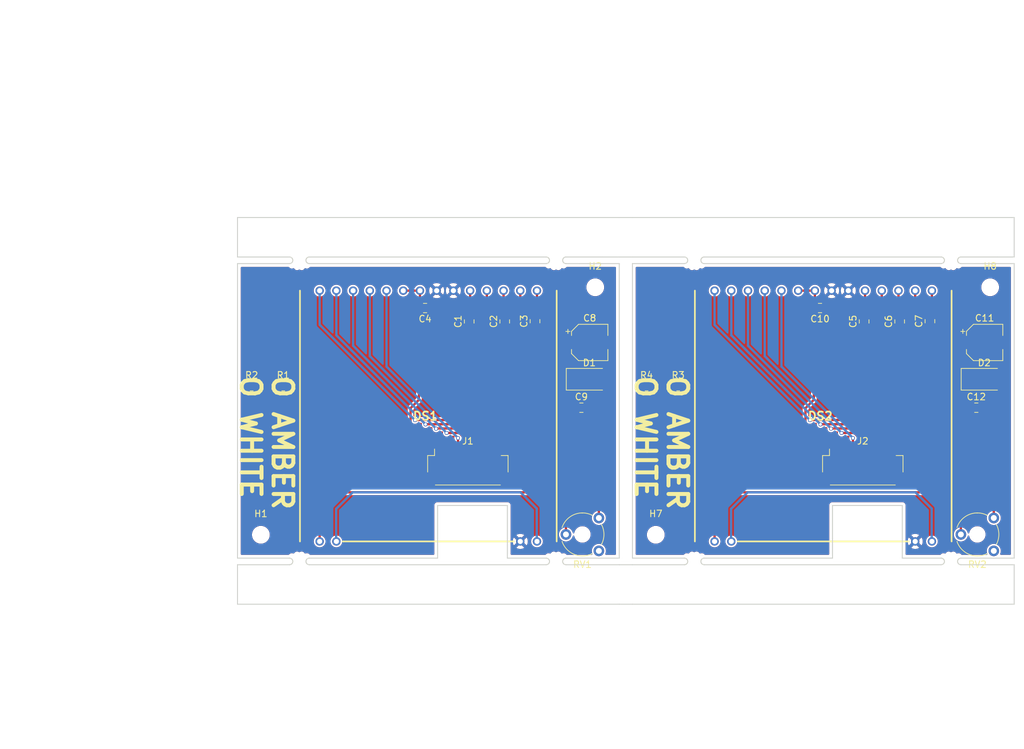
<source format=kicad_pcb>
(kicad_pcb (version 20221018) (generator pcbnew)
  (layers (0 "F.Cu" signal "Top") (31 "B.Cu" signal "Bottom") (34 "B.Paste" user) (35 "F.Paste" user) (36 "B.SilkS" user "B.Silkscreen") (37 "F.SilkS" user "F.Silkscreen") (38 "B.Mask" user) (39 "F.Mask" user) (44 "Edge.Cuts" user))
  (net 0 "")
  (net 1 "GND")
  (net 2 "+3V3")
  (net 3 "Net-(DS1-VB1+)")
  (net 4 "Net-(DS1-VB1-)")
  (net 5 "Net-(DS1-VB0-)")
  (net 6 "Net-(DS1-VB0+)")
  (net 7 "Net-(DS1-VLCD)")
  (net 8 "MOSI")
  (net 9 "SCK")
  (net 10 "LED1")
  (net 11 "Net-(DS1-NC_2)")
  (net 12 "INSTR.BEL")
  (net 13 "Net-(R1-Pad2)")
  (net 14 "D22")
  (net 15 "D23")
  (net 17 "D24")
  (net 18 "D25")
  (footprint "Capacitor_SMD:C_0805_2012Metric" (layer "F.Cu") (at 158.71 91.0375 90)
    (fp_text reference "C2" (at 0 -1.68 90) (layer "F.SilkS"))
    (fp_text value "1u")
    (pad "1" smd roundrect (at -0.95 0 90) (size 1 1.45) (layers "F.Cu" "F.Paste" "F.Mask") (net 6 "Net-(DS1-VB0+)"))
    (pad "2" smd roundrect (at 0.95 0 90) (size 1 1.45) (layers "F.Cu" "F.Paste" "F.Mask") (net 5 "Net-(DS1-VB0-)"))
  )
  (footprint "Capacitor_SMD:C_0805_2012Metric" (layer "F.Cu") (at 163.31 91 90)
    (fp_text reference "C3" (at 0 -1.68 90) (layer "F.SilkS"))
    (fp_text value "1u")
    (pad "1" smd roundrect (at -0.95 0 90) (size 1 1.45) (layers "F.Cu" "F.Paste" "F.Mask") (net 1 "GND"))
    (pad "2" smd roundrect (at 0.95 0 90) (size 1 1.45) (layers "F.Cu" "F.Paste" "F.Mask") (net 7 "Net-(DS1-VLCD)"))
  )
  (footprint "Capacitor_SMD:C_0805_2012Metric" (layer "F.Cu") (at 153.31 91.0375 90)
    (fp_text reference "C1" (at 0 -1.68 90) (layer "F.SilkS"))
    (fp_text value "1u")
    (pad "1" smd roundrect (at -0.95 0 90) (size 1 1.45) (layers "F.Cu" "F.Paste" "F.Mask") (net 4 "Net-(DS1-VB1-)"))
    (pad "2" smd roundrect (at 0.95 0 90) (size 1 1.45) (layers "F.Cu" "F.Paste" "F.Mask") (net 3 "Net-(DS1-VB1+)"))
  )
  (footprint "Capacitor_SMD:C_0805_2012Metric" (layer "F.Cu") (at 146.61 89 180)
    (fp_text reference "C4" (at 0 -1.65) (layer "F.SilkS"))
    (fp_text value "100n")
    (pad "1" smd roundrect (at -0.9375 0 180) (size 0.975 1.4) (layers "F.Cu" "F.Paste" "F.Mask") (net 1 "GND"))
    (pad "2" smd roundrect (at 0.9375 0 180) (size 0.975 1.4) (layers "F.Cu" "F.Paste" "F.Mask") (net 2 "+3V3"))
  )
  (footprint "Capacitor_SMD:CP_Elec_5x3" (layer "F.Cu") (at 171.618 94.234)
    (fp_text reference "C8" (at 0 -3.7) (layer "F.SilkS"))
    (fp_text value "22u")
    (pad "1" smd roundrect (at -2.2 0) (size 3 1.6) (layers "F.Cu" "F.Paste" "F.Mask") (roundrect_rratio 0.15625) (net 12 "INSTR.BEL"))
    (pad "2" smd roundrect (at 2.2 0) (size 3 1.6) (layers "F.Cu" "F.Paste" "F.Mask") (roundrect_rratio 0.15625) (net 1 "GND"))
  )
  (footprint "Capacitor_SMD:C_0805_2012Metric" (layer "F.Cu") (at 170.3555 104.14)
    (fp_text reference "C9" (at 0 -1.65) (layer "F.SilkS"))
    (fp_text value "100n")
    (pad "1" smd roundrect (at -0.9375 0) (size 0.975 1.4) (layers "F.Cu" "F.Paste" "F.Mask") (net 12 "INSTR.BEL"))
    (pad "2" smd roundrect (at 0.9375 0) (size 0.975 1.4) (layers "F.Cu" "F.Paste" "F.Mask") (net 1 "GND"))
  )
  (footprint "Diode_SMD:D_SMA" (layer "F.Cu") (at 171.568 99.822)
    (fp_text reference "D1" (at 0 -2.5) (layer "F.SilkS"))
    (fp_text value "SMAJ15CA")
    (pad "1" smd roundrect (at -2 0) (size 2.5 1.8) (layers "F.Cu" "F.Paste" "F.Mask") (roundrect_rratio 0.1388888889) (net 12 "INSTR.BEL"))
    (pad "2" smd roundrect (at 2 0) (size 2.5 1.8) (layers "F.Cu" "F.Paste" "F.Mask") (roundrect_rratio 0.1388888889) (net 1 "GND"))
  )
  (footprint "fiz-o-matic:EA-DOGS102W-6" (layer "F.Cu") (at 147.1 105.41)
    (fp_text reference "DS1" (at -0.45365 0.01496) (layer "F.SilkS") (effects (font (size 1.27 1.27) (thickness 0.254))))
    (fp_text value "EA_DOGS102W-6" hide)
    (pad "1" thru_hole circle (at -16.51 19.05) (size 1.28 1.28) (drill 0.78) (layers "*.Cu" "*.Mask") (net 10 "LED1"))
    (pad "2" thru_hole circle (at -13.97 19.05) (size 1.28 1.28) (drill 0.78) (layers "*.Cu" "*.Mask") (net 11 "Net-(DS1-NC_2)"))
    (pad "13" thru_hole circle (at 13.97 19.05) (size 1.28 1.28) (drill 0.78) (layers "*.Cu" "*.Mask") (net 1 "GND"))
    (pad "14" thru_hole circle (at 16.51 19.05) (size 1.28 1.28) (drill 0.78) (layers "*.Cu" "*.Mask") (net 11 "Net-(DS1-NC_2)"))
    (pad "15" thru_hole circle (at 16.51 -19.05) (size 1.28 1.28) (drill 0.78) (layers "*.Cu" "*.Mask") (net 7 "Net-(DS1-VLCD)"))
    (pad "16" thru_hole circle (at 13.97 -19.05) (size 1.28 1.28) (drill 0.78) (layers "*.Cu" "*.Mask") (net 4 "Net-(DS1-VB1-)"))
    (pad "17" thru_hole circle (at 11.43 -19.05) (size 1.28 1.28) (drill 0.78) (layers "*.Cu" "*.Mask") (net 5 "Net-(DS1-VB0-)"))
    (pad "18" thru_hole circle (at 8.89 -19.05) (size 1.28 1.28) (drill 0.78) (layers "*.Cu" "*.Mask") (net 6 "Net-(DS1-VB0+)"))
    (pad "19" thru_hole circle (at 6.35 -19.05) (size 1.28 1.28) (drill 0.78) (layers "*.Cu" "*.Mask") (net 3 "Net-(DS1-VB1+)"))
    (pad "20" thru_hole circle (at 3.81 -19.05) (size 1.28 1.28) (drill 0.78) (layers "*.Cu" "*.Mask") (net 1 "GND"))
    (pad "21" thru_hole circle (at 1.27 -19.05) (size 1.28 1.28) (drill 0.78) (layers "*.Cu" "*.Mask") (net 1 "GND"))
    (pad "22" thru_hole circle (at -1.27 -19.05) (size 1.28 1.28) (drill 0.78) (layers "*.Cu" "*.Mask") (net 2 "+3V3"))
    (pad "23" thru_hole circle (at -3.81 -19.05) (size 1.28 1.28) (drill 0.78) (layers "*.Cu" "*.Mask") (net 2 "+3V3"))
    (pad "24" thru_hole circle (at -6.35 -19.05) (size 1.28 1.28) (drill 0.78) (layers "*.Cu" "*.Mask") (net 8 "MOSI"))
    (pad "25" thru_hole circle (at -8.89 -19.05) (size 1.28 1.28) (drill 0.78) (layers "*.Cu" "*.Mask") (net 9 "SCK"))
    (pad "26" thru_hole circle (at -11.43 -19.05) (size 1.28 1.28) (drill 0.78) (layers "*.Cu" "*.Mask") (net 14 "D22"))
    (pad "27" thru_hole circle (at -13.97 -19.05) (size 1.28 1.28) (drill 0.78) (layers "*.Cu" "*.Mask") (net 15 "D23"))
    (pad "28" thru_hole circle (at -16.51 -19.05) (size 1.28 1.28) (drill 0.78) (layers "*.Cu" "*.Mask") (net 17 "D24"))
  )
  (footprint "Potentiometer_THT:Potentiometer_Piher_PT-6-V_Vertical_Hole" (layer "F.Cu") (at 173.01 120.9 180)
    (fp_text reference "RV1" (at 2.5 -7.06) (layer "F.SilkS"))
    (fp_text value "2.5k")
    (pad "" np_thru_hole circle (at 2.5 -2.5 180) (size 2 2) (drill 2) (layers "*.Cu" "*.Mask"))
    (pad "1" thru_hole circle (at 0 0 180) (size 1.62 1.62) (drill 0.9) (layers "*.Cu" "*.Mask") (net 12 "INSTR.BEL"))
    (pad "2" thru_hole circle (at 5 -2.5 180) (size 1.62 1.62) (drill 0.9) (layers "*.Cu" "*.Mask") (net 13 "Net-(R1-Pad2)"))
    (pad "3" thru_hole circle (at 0 -5 180) (size 1.62 1.62) (drill 0.9) (layers "*.Cu" "*.Mask"))
  )
  (footprint "Capacitor_SMD:C_0805_2012Metric" (layer "F.Cu") (at 213.31 91.0375 90)
    (fp_text reference "C5" (at 0 -1.68 90) (layer "F.SilkS"))
    (fp_text value "1u")
    (pad "1" smd roundrect (at -0.95 0 90) (size 1 1.45) (layers "F.Cu" "F.Paste" "F.Mask") (net 4 "Net-(DS1-VB1-)"))
    (pad "2" smd roundrect (at 0.95 0 90) (size 1 1.45) (layers "F.Cu" "F.Paste" "F.Mask") (net 3 "Net-(DS1-VB1+)"))
  )
  (footprint "fiz-o-matic:mouse-bite-1mm-slot" (layer "F.Cu") (at 226.51 81.75)
    (fp_text reference "H10" hide)
    (fp_text value "MouseBite" hide)
    (pad "" np_thru_hole circle (at -1.15 0.75) (size 0.5 0.5) (drill 0.5) (layers "*.Cu" "*.Mask"))
    (pad "" np_thru_hole circle (at -0.35 1) (size 0.5 0.5) (drill 0.5) (layers "*.Cu" "*.Mask"))
    (pad "" np_thru_hole circle (at 0.35 1) (size 0.5 0.5) (drill 0.5) (layers "*.Cu" "*.Mask"))
    (pad "" np_thru_hole circle (at 1.15 0.75) (size 0.5 0.5) (drill 0.5) (layers "*.Cu" "*.Mask"))
  )
  (footprint "MountingHole:MountingHole_2.2mm_M2" (layer "F.Cu") (at 232.46 85.85)
    (fp_text reference "H8" (at 0 -3.2) (layer "F.SilkS"))
    (fp_text value "MountingHole")
    (pad "" np_thru_hole circle (at 0 0) (size 2.2 2.2) (drill 2.2) (layers "*.Cu" "*.Mask"))
  )
  (footprint "fiz-o-matic:mouse-bite-1mm-slot" (layer "F.Cu") (at 187.51 81.75)
    (fp_text reference "H9" hide)
    (fp_text value "MouseBite" hide)
    (pad "" np_thru_hole circle (at -1.15 0.75) (size 0.5 0.5) (drill 0.5) (layers "*.Cu" "*.Mask"))
    (pad "" np_thru_hole circle (at -0.35 1) (size 0.5 0.5) (drill 0.5) (layers "*.Cu" "*.Mask"))
    (pad "" np_thru_hole circle (at 0.35 1) (size 0.5 0.5) (drill 0.5) (layers "*.Cu" "*.Mask"))
    (pad "" np_thru_hole circle (at 1.15 0.75) (size 0.5 0.5) (drill 0.5) (layers "*.Cu" "*.Mask"))
  )
  (footprint "MountingHole:MountingHole_2.2mm_M2" (layer "F.Cu") (at 181.66 123.45)
    (fp_text reference "H7" (at 0 -3.2) (layer "F.SilkS"))
    (fp_text value "MountingHole")
    (pad "" np_thru_hole circle (at 0 0) (size 2.2 2.2) (drill 2.2) (layers "*.Cu" "*.Mask"))
  )
  (footprint "MountingHole:MountingHole_2.2mm_M2" (layer "F.Cu") (at 172.46 85.85)
    (fp_text reference "H2" (at 0 -3.2) (layer "F.SilkS"))
    (fp_text value "MountingHole")
    (pad "" np_thru_hole circle (at 0 0) (size 2.2 2.2) (drill 2.2) (layers "*.Cu" "*.Mask"))
  )
  (footprint "MountingHole:MountingHole_2.2mm_M2" (layer "F.Cu") (at 121.66 123.45)
    (fp_text reference "H1" (at 0 -3.2) (layer "F.SilkS"))
    (fp_text value "MountingHole")
    (pad "" np_thru_hole circle (at 0 0) (size 2.2 2.2) (drill 2.2) (layers "*.Cu" "*.Mask"))
  )
  (footprint "Capacitor_SMD:CP_Elec_5x3" (layer "F.Cu") (at 231.618 94.234)
    (fp_text reference "C11" (at 0 -3.7) (layer "F.SilkS"))
    (fp_text value "22u")
    (pad "1" smd roundrect (at -2.2 0) (size 3 1.6) (layers "F.Cu" "F.Paste" "F.Mask") (roundrect_rratio 0.15625) (net 12 "INSTR.BEL"))
    (pad "2" smd roundrect (at 2.2 0) (size 3 1.6) (layers "F.Cu" "F.Paste" "F.Mask") (roundrect_rratio 0.15625) (net 1 "GND"))
  )
  (footprint "Resistor_SMD:R_0805_2012Metric" (layer "F.Cu") (at 125.06 100.85)
    (fp_text reference "R1" (at 0 -1.65) (layer "F.SilkS"))
    (fp_text value "1k")
    (pad "1" smd roundrect (at -0.9125 0) (size 1.025 1.4) (layers "F.Cu" "F.Paste" "F.Mask") (roundrect_rratio 0.243902439) (net 10 "LED1"))
    (pad "2" smd roundrect (at 0.9125 0) (size 1.025 1.4) (layers "F.Cu" "F.Paste" "F.Mask") (roundrect_rratio 0.243902439) (net 13 "Net-(R1-Pad2)"))
  )
  (footprint "fiz-o-matic:mouse-bite-1mm-slot" (layer "F.Cu") (at 166.51 81.75)
    (fp_text reference "H4" hide)
    (fp_text value "MouseBite" hide)
    (pad "" np_thru_hole circle (at -1.15 0.75) (size 0.5 0.5) (drill 0.5) (layers "*.Cu" "*.Mask"))
    (pad "" np_thru_hole circle (at -0.35 1) (size 0.5 0.5) (drill 0.5) (layers "*.Cu" "*.Mask"))
    (pad "" np_thru_hole circle (at 0.35 1) (size 0.5 0.5) (drill 0.5) (layers "*.Cu" "*.Mask"))
    (pad "" np_thru_hole circle (at 1.15 0.75) (size 0.5 0.5) (drill 0.5) (layers "*.Cu" "*.Mask"))
  )
  (footprint "fiz-o-matic:mouse-bite-1mm-slot" (layer "F.Cu") (at 127.51 81.75)
    (fp_text reference "H3" hide)
    (fp_text value "MouseBite" hide)
    (pad "" np_thru_hole circle (at -1.15 0.75) (size 0.5 0.5) (drill 0.5) (layers "*.Cu" "*.Mask"))
    (pad "" np_thru_hole circle (at -0.35 1) (size 0.5 0.5) (drill 0.5) (layers "*.Cu" "*.Mask"))
    (pad "" np_thru_hole circle (at 0.35 1) (size 0.5 0.5) (drill 0.5) (layers "*.Cu" "*.Mask"))
    (pad "" np_thru_hole circle (at 1.15 0.75) (size 0.5 0.5) (drill 0.5) (layers "*.Cu" "*.Mask"))
  )
  (footprint "fiz-o-matic:mouse-bite-1mm-slot" (layer "F.Cu") (at 166.51 127.5 180)
    (fp_text reference "H6" hide)
    (fp_text value "MouseBite" hide)
    (pad "" np_thru_hole circle (at -1.15 0.75 180) (size 0.5 0.5) (drill 0.5) (layers "*.Cu" "*.Mask"))
    (pad "" np_thru_hole circle (at -0.35 1 180) (size 0.5 0.5) (drill 0.5) (layers "*.Cu" "*.Mask"))
    (pad "" np_thru_hole circle (at 0.35 1 180) (size 0.5 0.5) (drill 0.5) (layers "*.Cu" "*.Mask"))
    (pad "" np_thru_hole circle (at 1.15 0.75 180) (size 0.5 0.5) (drill 0.5) (layers "*.Cu" "*.Mask"))
  )
  (footprint "Resistor_SMD:R_0805_2012Metric" (layer "F.Cu") (at 185.06 100.85)
    (fp_text reference "R3" (at 0 -1.65) (layer "F.SilkS"))
    (fp_text value "1k")
    (pad "1" smd roundrect (at -0.9125 0) (size 1.025 1.4) (layers "F.Cu" "F.Paste" "F.Mask") (roundrect_rratio 0.243902439) (net 10 "LED1"))
    (pad "2" smd roundrect (at 0.9125 0) (size 1.025 1.4) (layers "F.Cu" "F.Paste" "F.Mask") (roundrect_rratio 0.243902439) (net 13 "Net-(R1-Pad2)"))
  )
  (footprint "Resistor_SMD:R_0805_2012Metric" (layer "F.Cu") (at 180.26 100.85)
    (fp_text reference "R4" (at 0 -1.65) (layer "F.SilkS"))
    (fp_text value "560")
    (pad "1" smd roundrect (at -0.9125 0) (size 1.025 1.4) (layers "F.Cu" "F.Paste" "F.Mask") (roundrect_rratio 0.243902439) (net 10 "LED1"))
    (pad "2" smd roundrect (at 0.9125 0) (size 1.025 1.4) (layers "F.Cu" "F.Paste" "F.Mask") (roundrect_rratio 0.243902439) (net 13 "Net-(R1-Pad2)"))
  )
  (footprint "fiz-o-matic:EA-DOGS102W-6" (layer "F.Cu") (at 207.1 105.41)
    (fp_text reference "DS2" (at -0.45365 0.01496) (layer "F.SilkS") (effects (font (size 1.27 1.27) (thickness 0.254))))
    (fp_text value "EA_DOGS102W-6" hide)
    (pad "1" thru_hole circle (at -16.51 19.05) (size 1.28 1.28) (drill 0.78) (layers "*.Cu" "*.Mask") (net 10 "LED1"))
    (pad "2" thru_hole circle (at -13.97 19.05) (size 1.28 1.28) (drill 0.78) (layers "*.Cu" "*.Mask") (net 11 "Net-(DS1-NC_2)"))
    (pad "13" thru_hole circle (at 13.97 19.05) (size 1.28 1.28) (drill 0.78) (layers "*.Cu" "*.Mask") (net 1 "GND"))
    (pad "14" thru_hole circle (at 16.51 19.05) (size 1.28 1.28) (drill 0.78) (layers "*.Cu" "*.Mask") (net 11 "Net-(DS1-NC_2)"))
    (pad "15" thru_hole circle (at 16.51 -19.05) (size 1.28 1.28) (drill 0.78) (layers "*.Cu" "*.Mask") (net 7 "Net-(DS1-VLCD)"))
    (pad "16" thru_hole circle (at 13.97 -19.05) (size 1.28 1.28) (drill 0.78) (layers "*.Cu" "*.Mask") (net 4 "Net-(DS1-VB1-)"))
    (pad "17" thru_hole circle (at 11.43 -19.05) (size 1.28 1.28) (drill 0.78) (layers "*.Cu" "*.Mask") (net 5 "Net-(DS1-VB0-)"))
    (pad "18" thru_hole circle (at 8.89 -19.05) (size 1.28 1.28) (drill 0.78) (layers "*.Cu" "*.Mask") (net 6 "Net-(DS1-VB0+)"))
    (pad "19" thru_hole circle (at 6.35 -19.05) (size 1.28 1.28) (drill 0.78) (layers "*.Cu" "*.Mask") (net 3 "Net-(DS1-VB1+)"))
    (pad "20" thru_hole circle (at 3.81 -19.05) (size 1.28 1.28) (drill 0.78) (layers "*.Cu" "*.Mask") (net 1 "GND"))
    (pad "21" thru_hole circle (at 1.27 -19.05) (size 1.28 1.28) (drill 0.78) (layers "*.Cu" "*.Mask") (net 1 "GND"))
    (pad "22" thru_hole circle (at -1.27 -19.05) (size 1.28 1.28) (drill 0.78) (layers "*.Cu" "*.Mask") (net 2 "+3V3"))
    (pad "23" thru_hole circle (at -3.81 -19.05) (size 1.28 1.28) (drill 0.78) (layers "*.Cu" "*.Mask") (net 2 "+3V3"))
    (pad "24" thru_hole circle (at -6.35 -19.05) (size 1.28 1.28) (drill 0.78) (layers "*.Cu" "*.Mask") (net 8 "MOSI"))
    (pad "25" thru_hole circle (at -8.89 -19.05) (size 1.28 1.28) (drill 0.78) (layers "*.Cu" "*.Mask") (net 9 "SCK"))
    (pad "26" thru_hole circle (at -11.43 -19.05) (size 1.28 1.28) (drill 0.78) (layers "*.Cu" "*.Mask") (net 14 "D22"))
    (pad "27" thru_hole circle (at -13.97 -19.05) (size 1.28 1.28) (drill 0.78) (layers "*.Cu" "*.Mask") (net 15 "D23"))
    (pad "28" thru_hole circle (at -16.51 -19.05) (size 1.28 1.28) (drill 0.78) (layers "*.Cu" "*.Mask") (net 17 "D24"))
  )
  (footprint "Capacitor_SMD:C_0805_2012Metric" (layer "F.Cu") (at 206.61 89 180)
    (fp_text reference "C10" (at 0 -1.65) (layer "F.SilkS"))
    (fp_text value "100n")
    (pad "1" smd roundrect (at -0.9375 0 180) (size 0.975 1.4) (layers "F.Cu" "F.Paste" "F.Mask") (net 1 "GND"))
    (pad "2" smd roundrect (at 0.9375 0 180) (size 0.975 1.4) (layers "F.Cu" "F.Paste" "F.Mask") (net 2 "+3V3"))
  )
  (footprint "Connector_JST:JST_SH_SM10B-SRSS-TB_1x10-1MP_P1.00mm_Horizontal" (layer "F.Cu") (at 213.11 113.2)
    (fp_text reference "J2" (at 0 -3.98) (layer "F.SilkS"))
    (fp_text value "Conn_01x10_MountingPin")
    (pad "1" smd roundrect (at -4.5 -2) (size 0.6 1.55) (layers "F.Cu" "F.Paste" "F.Mask") (net 2 "+3V3"))
    (pad "2" smd roundrect (at -3.5 -2) (size 0.6 1.55) (layers "F.Cu" "F.Paste" "F.Mask") (net 1 "GND"))
    (pad "3" smd roundrect (at -2.5 -2) (size 0.6 1.55) (layers "F.Cu" "F.Paste" "F.Mask"))
    (pad "4" smd roundrect (at -1.5 -2) (size 0.6 1.55) (layers "F.Cu" "F.Paste" "F.Mask") (net 8 "MOSI"))
    (pad "5" smd roundrect (at -0.5 -2) (size 0.6 1.55) (layers "F.Cu" "F.Paste" "F.Mask") (net 9 "SCK"))
    (pad "6" smd roundrect (at 0.5 -2) (size 0.6 1.55) (layers "F.Cu" "F.Paste" "F.Mask") (net 14 "D22"))
    (pad "7" smd roundrect (at 1.5 -2) (size 0.6 1.55) (layers "F.Cu" "F.Paste" "F.Mask") (net 15 "D23"))
    (pad "8" smd roundrect (at 2.5 -2) (size 0.6 1.55) (layers "F.Cu" "F.Paste" "F.Mask") (net 17 "D24"))
    (pad "9" smd roundrect (at 3.5 -2) (size 0.6 1.55) (layers "F.Cu" "F.Paste" "F.Mask") (net 18 "D25"))
    (pad "10" smd roundrect (at 4.5 -2) (size 0.6 1.55) (layers "F.Cu" "F.Paste" "F.Mask") (net 12 "INSTR.BEL"))
    (pad "MP" smd roundrect (at -5.8 1.875) (size 1.2 1.8) (layers "F.Cu" "F.Paste" "F.Mask") (roundrect_rratio 0.2083333333) (net 1 "GND"))
    (pad "MP" smd roundrect (at 5.8 1.875) (size 1.2 1.8) (layers "F.Cu" "F.Paste" "F.Mask") (roundrect_rratio 0.2083333333) (net 1 "GND"))
  )
  (footprint "Diode_SMD:D_SMA" (layer "F.Cu") (at 231.568 99.822)
    (fp_text reference "D2" (at 0 -2.5) (layer "F.SilkS"))
    (fp_text value "SMAJ15CA")
    (pad "1" smd roundrect (at -2 0) (size 2.5 1.8) (layers "F.Cu" "F.Paste" "F.Mask") (roundrect_rratio 0.1388888889) (net 12 "INSTR.BEL"))
    (pad "2" smd roundrect (at 2 0) (size 2.5 1.8) (layers "F.Cu" "F.Paste" "F.Mask") (roundrect_rratio 0.1388888889) (net 1 "GND"))
  )
  (footprint "Resistor_SMD:R_0805_2012Metric" (layer "F.Cu") (at 120.26 100.85)
    (fp_text reference "R2" (at 0 -1.65) (layer "F.SilkS"))
    (fp_text value "560")
    (pad "1" smd roundrect (at -0.9125 0) (size 1.025 1.4) (layers "F.Cu" "F.Paste" "F.Mask") (roundrect_rratio 0.243902439) (net 10 "LED1"))
    (pad "2" smd roundrect (at 0.9125 0) (size 1.025 1.4) (layers "F.Cu" "F.Paste" "F.Mask") (roundrect_rratio 0.243902439) (net 13 "Net-(R1-Pad2)"))
  )
  (footprint "fiz-o-matic:mouse-bite-1mm-slot" (layer "F.Cu") (at 187.51 127.5 180)
    (fp_text reference "H11" hide)
    (fp_text value "MouseBite" hide)
    (pad "" np_thru_hole circle (at -1.15 0.75 180) (size 0.5 0.5) (drill 0.5) (layers "*.Cu" "*.Mask"))
    (pad "" np_thru_hole circle (at -0.35 1 180) (size 0.5 0.5) (drill 0.5) (layers "*.Cu" "*.Mask"))
    (pad "" np_thru_hole circle (at 0.35 1 180) (size 0.5 0.5) (drill 0.5) (layers "*.Cu" "*.Mask"))
    (pad "" np_thru_hole circle (at 1.15 0.75 180) (size 0.5 0.5) (drill 0.5) (layers "*.Cu" "*.Mask"))
  )
  (footprint "fiz-o-matic:mouse-bite-1mm-slot" (layer "F.Cu") (at 226.51 127.5 180)
    (fp_text reference "H12" hide)
    (fp_text value "MouseBite" hide)
    (pad "" np_thru_hole circle (at -1.15 0.75 180) (size 0.5 0.5) (drill 0.5) (layers "*.Cu" "*.Mask"))
    (pad "" np_thru_hole circle (at -0.35 1 180) (size 0.5 0.5) (drill 0.5) (layers "*.Cu" "*.Mask"))
    (pad "" np_thru_hole circle (at 0.35 1 180) (size 0.5 0.5) (drill 0.5) (layers "*.Cu" "*.Mask"))
    (pad "" np_thru_hole circle (at 1.15 0.75 180) (size 0.5 0.5) (drill 0.5) (layers "*.Cu" "*.Mask"))
  )
  (footprint "Connector_JST:JST_SH_SM10B-SRSS-TB_1x10-1MP_P1.00mm_Horizontal" (layer "F.Cu") (at 153.11 113.2)
    (fp_text reference "J1" (at 0 -3.98) (layer "F.SilkS"))
    (fp_text value "Conn_01x10_MountingPin")
    (pad "1" smd roundrect (at -4.5 -2) (size 0.6 1.55) (layers "F.Cu" "F.Paste" "F.Mask") (net 2 "+3V3"))
    (pad "2" smd roundrect (at -3.5 -2) (size 0.6 1.55) (layers "F.Cu" "F.Paste" "F.Mask") (net 1 "GND"))
    (pad "3" smd roundrect (at -2.5 -2) (size 0.6 1.55) (layers "F.Cu" "F.Paste" "F.Mask"))
    (pad "4" smd roundrect (at -1.5 -2) (size 0.6 1.55) (layers "F.Cu" "F.Paste" "F.Mask") (net 8 "MOSI"))
    (pad "5" smd roundrect (at -0.5 -2) (size 0.6 1.55) (layers "F.Cu" "F.Paste" "F.Mask") (net 9 "SCK"))
    (pad "6" smd roundrect (at 0.5 -2) (size 0.6 1.55) (layers "F.Cu" "F.Paste" "F.Mask") (net 14 "D22"))
    (pad "7" smd roundrect (at 1.5 -2) (size 0.6 1.55) (layers "F.Cu" "F.Paste" "F.Mask") (net 15 "D23"))
    (pad "8" smd roundrect (at 2.5 -2) (size 0.6 1.55) (layers "F.Cu" "F.Paste" "F.Mask") (net 17 "D24"))
    (pad "9" smd roundrect (at 3.5 -2) (size 0.6 1.55) (layers "F.Cu" "F.Paste" "F.Mask") (net 18 "D25"))
    (pad "10" smd roundrect (at 4.5 -2) (size 0.6 1.55) (layers "F.Cu" "F.Paste" "F.Mask") (net 12 "INSTR.BEL"))
    (pad "MP" smd roundrect (at -5.8 1.875) (size 1.2 1.8) (layers "F.Cu" "F.Paste" "F.Mask") (roundrect_rratio 0.2083333333) (net 1 "GND"))
    (pad "MP" smd roundrect (at 5.8 1.875) (size 1.2 1.8) (layers "F.Cu" "F.Paste" "F.Mask") (roundrect_rratio 0.2083333333) (net 1 "GND"))
  )
  (footprint "Potentiometer_THT:Potentiometer_Piher_PT-6-V_Vertical_Hole" (layer "F.Cu") (at 233.01 120.9 180)
    (fp_text reference "RV2" (at 2.5 -7.06) (layer "F.SilkS"))
    (fp_text value "2.5k")
    (pad "" np_thru_hole circle (at 2.5 -2.5 180) (size 2 2) (drill 2) (layers "*.Cu" "*.Mask"))
    (pad "1" thru_hole circle (at 0 0 180) (size 1.62 1.62) (drill 0.9) (layers "*.Cu" "*.Mask") (net 12 "INSTR.BEL"))
    (pad "2" thru_hole circle (at 5 -2.5 180) (size 1.62 1.62) (drill 0.9) (layers "*.Cu" "*.Mask") (net 13 "Net-(R1-Pad2)"))
    (pad "3" thru_hole circle (at 0 -5 180) (size 1.62 1.62) (drill 0.9) (layers "*.Cu" "*.Mask"))
  )
  (footprint "fiz-o-matic:mouse-bite-1mm-slot" (layer "F.Cu") (at 127.51 127.5 180)
    (fp_text reference "H5" hide)
    (fp_text value "MouseBite" hide)
    (pad "" np_thru_hole circle (at -1.15 0.75 180) (size 0.5 0.5) (drill 0.5) (layers "*.Cu" "*.Mask"))
    (pad "" np_thru_hole circle (at -0.35 1 180) (size 0.5 0.5) (drill 0.5) (layers "*.Cu" "*.Mask"))
    (pad "" np_thru_hole circle (at 0.35 1 180) (size 0.5 0.5) (drill 0.5) (layers "*.Cu" "*.Mask"))
    (pad "" np_thru_hole circle (at 1.15 0.75 180) (size 0.5 0.5) (drill 0.5) (layers "*.Cu" "*.Mask"))
  )
  (footprint "Capacitor_SMD:C_0805_2012Metric" (layer "F.Cu") (at 230.3555 104.14)
    (fp_text reference "C12" (at 0 -1.65) (layer "F.SilkS"))
    (fp_text value "100n")
    (pad "1" smd roundrect (at -0.9375 0) (size 0.975 1.4) (layers "F.Cu" "F.Paste" "F.Mask") (net 12 "INSTR.BEL"))
    (pad "2" smd roundrect (at 0.9375 0) (size 0.975 1.4) (layers "F.Cu" "F.Paste" "F.Mask") (net 1 "GND"))
  )
  (footprint "Capacitor_SMD:C_0805_2012Metric" (layer "F.Cu") (at 223.31 91 90)
    (fp_text reference "C7" (at 0 -1.68 90) (layer "F.SilkS"))
    (fp_text value "1u")
    (pad "1" smd roundrect (at -0.95 0 90) (size 1 1.45) (layers "F.Cu" "F.Paste" "F.Mask") (net 1 "GND"))
    (pad "2" smd roundrect (at 0.95 0 90) (size 1 1.45) (layers "F.Cu" "F.Paste" "F.Mask") (net 7 "Net-(DS1-VLCD)"))
  )
  (footprint "Capacitor_SMD:C_0805_2012Metric" (layer "F.Cu") (at 218.71 91.0375 90)
    (fp_text reference "C6" (at 0 -1.68 90) (layer "F.SilkS"))
    (fp_text value "1u")
    (pad "1" smd roundrect (at -0.95 0 90) (size 1 1.45) (layers "F.Cu" "F.Paste" "F.Mask") (net 6 "Net-(DS1-VB0+)"))
    (pad "2" smd roundrect (at 0.95 0 90) (size 1 1.45) (layers "F.Cu" "F.Paste" "F.Mask") (net 5 "Net-(DS1-VB0-)"))
  )
  (gr_line (start 236.11 75.25) (end 178.11 75.25) (stroke (width 0.15)) (layer "Edge.Cuts"))
  (gr_line (start 236.11 127) (end 236.11 82.25) (stroke (width 0.15)) (layer "Edge.Cuts"))
  (gr_arc (start 168.01 82.252493) (mid 167.507507 81.75) (end 168.01 81.247507) (stroke (width 0.15)) (layer "Edge.Cuts"))
  (gr_line (start 159.11 127) (end 159.11 119) (stroke (width 0.15)) (layer "Edge.Cuts"))
  (gr_line (start 228.01 81.247507) (end 236.11 81.25) (stroke (width 0.15)) (layer "Edge.Cuts"))
  (gr_line (start 236.11 128) (end 236.11 134) (stroke (width 0.15)) (layer "Edge.Cuts"))
  (gr_arc (start 165.01 81.25) (mid 165.51 81.75) (end 165.01 82.25) (stroke (width 0.15)) (layer "Edge.Cuts"))
  (gr_arc (start 129.01 128) (mid 128.51 127.5) (end 129.01 127) (stroke (width 0.15)) (layer "Edge.Cuts"))
  (gr_line (start 159.11 127) (end 165.01 127) (stroke (width 0.15)) (layer "Edge.Cuts"))
  (gr_arc (start 129.01 82.25) (mid 128.51 81.75) (end 129.01 81.25) (stroke (width 0.15)) (layer "Edge.Cuts"))
  (gr_arc (start 186.01 127) (mid 186.51 127.5) (end 186.01 128) (stroke (width 0.15)) (layer "Edge.Cuts"))
  (gr_line (start 208.51 119) (end 208.51 127) (stroke (width 0.15)) (layer "Edge.Cuts"))
  (gr_line (start 178.11 127) (end 178.11 82.25) (stroke (width 0.15)) (layer "Edge.Cuts"))
  (gr_line (start 176.11 82.25) (end 168.01 82.252493) (stroke (width 0.15)) (layer "Edge.Cuts"))
  (gr_arc (start 186.01 81.25) (mid 186.51 81.75) (end 186.01 82.25) (stroke (width 0.15)) (layer "Edge.Cuts"))
  (gr_line (start 129.01 128) (end 165.01 128) (stroke (width 0.15)) (layer "Edge.Cuts"))
  (gr_line (start 228.01 128) (end 236.11 128) (stroke (width 0.15)) (layer "Edge.Cuts"))
  (gr_arc (start 228.01 128) (mid 227.51 127.5) (end 228.01 127) (stroke (width 0.15)) (layer "Edge.Cuts"))
  (gr_arc (start 189.01 128) (mid 188.51 127.5) (end 189.01 127) (stroke (width 0.15)) (layer "Edge.Cuts"))
  (gr_line (start 118.11 127) (end 118.11 82.25) (stroke (width 0.15)) (layer "Edge.Cuts"))
  (gr_arc (start 189.01 82.25) (mid 188.51 81.75) (end 189.01 81.25) (stroke (width 0.15)) (layer "Edge.Cuts"))
  (gr_line (start 148.51 119) (end 148.51 127) (stroke (width 0.15)) (layer "Edge.Cuts"))
  (gr_line (start 118.11 128) (end 126.01 128) (stroke (width 0.15)) (layer "Edge.Cuts"))
  (gr_line (start 176.11 75.25) (end 118.11 75.25) (stroke (width 0.15)) (layer "Edge.Cuts"))
  (gr_line (start 189.01 128) (end 225.01 128) (stroke (width 0.15)) (layer "Edge.Cuts"))
  (gr_line (start 118.11 127) (end 126.01 127) (stroke (width 0.15)) (layer "Edge.Cuts"))
  (gr_line (start 168.01 128) (end 176.11 128) (stroke (width 0.15)) (layer "Edge.Cuts"))
  (gr_arc (start 165.01 127) (mid 165.51 127.5) (end 165.01 128) (stroke (width 0.15)) (layer "Edge.Cuts"))
  (gr_line (start 186.01 82.25) (end 178.11 82.25) (stroke (width 0.15)) (layer "Edge.Cuts"))
  (gr_line (start 129.01 82.25) (end 165.01 82.25) (stroke (width 0.15)) (layer "Edge.Cuts"))
  (gr_arc (start 225.01 127) (mid 225.51 127.5) (end 225.01 128) (stroke (width 0.15)) (layer "Edge.Cuts"))
  (gr_line (start 178.11 127) (end 186.01 127) (stroke (width 0.15)) (layer "Edge.Cuts"))
  (gr_line (start 178.11 128) (end 186.01 128) (stroke (width 0.15)) (layer "Edge.Cuts"))
  (gr_arc (start 228.01 82.252493) (mid 227.507507 81.75) (end 228.01 81.247507) (stroke (width 0.15)) (layer "Edge.Cuts"))
  (gr_line (start 126.01 82.25) (end 118.11 82.25) (stroke (width 0.15)) (layer "Edge.Cuts"))
  (gr_line (start 176.11 134) (end 178.11 134) (stroke (width 0.15)) (layer "Edge.Cuts"))
  (gr_line (start 159.11 119) (end 148.51 119) (stroke (width 0.15)) (layer "Edge.Cuts"))
  (gr_line (start 118.11 81.25) (end 126.01 81.25) (stroke (width 0.15)) (layer "Edge.Cuts"))
  (gr_arc (start 126.01 81.25) (mid 126.51 81.75) (end 126.01 82.25) (stroke (width 0.15)) (layer "Edge.Cuts"))
  (gr_line (start 219.11 127) (end 219.11 119) (stroke (width 0.15)) (layer "Edge.Cuts"))
  (gr_line (start 176.11 134) (end 118.11 134) (stroke (width 0.15)) (layer "Edge.Cuts"))
  (gr_line (start 129.01 81.25) (end 165.01 81.25) (stroke (width 0.15)) (layer "Edge.Cuts"))
  (gr_line (start 228.01 127) (end 236.11 127) (stroke (width 0.15)) (layer "Edge.Cuts"))
  (gr_arc (start 168.01 128) (mid 167.51 127.5) (end 168.01 127) (stroke (width 0.15)) (layer "Edge.Cuts"))
  (gr_arc (start 126.01 127) (mid 126.51 127.5) (end 126.01 128) (stroke (width 0.15)) (layer "Edge.Cuts"))
  (gr_line (start 176.11 81.25) (end 178.11 81.25) (stroke (width 0.15)) (layer "Edge.Cuts"))
  (gr_arc (start 225.01 81.25) (mid 225.51 81.75) (end 225.01 82.25) (stroke (width 0.15)) (layer "Edge.Cuts"))
  (gr_line (start 189.01 82.25) (end 225.01 82.25) (stroke (width 0.15)) (layer "Edge.Cuts"))
  (gr_line (start 236.11 134) (end 178.11 134) (stroke (width 0.15)) (layer "Edge.Cuts"))
  (gr_line (start 176.11 128) (end 178.11 128) (stroke (width 0.15)) (layer "Edge.Cuts"))
  (gr_line (start 178.11 81.25) (end 186.01 81.25) (stroke (width 0.15)) (layer "Edge.Cuts"))
  (gr_line (start 129.01 127) (end 148.51 127) (stroke (width 0.15)) (layer "Edge.Cuts"))
  (gr_line (start 219.11 119) (end 208.51 119) (stroke (width 0.15)) (layer "Edge.Cuts"))
  (gr_line (start 118.11 75.25) (end 118.11 81.25) (stroke (width 0.15)) (layer "Edge.Cuts"))
  (gr_line (start 236.11 82.25) (end 228.01 82.252493) (stroke (width 0.15)) (layer "Edge.Cuts"))
  (gr_line (start 219.11 127) (end 225.01 127) (stroke (width 0.15)) (layer "Edge.Cuts"))
  (gr_line (start 176.11 75.25) (end 178.11 75.25) (stroke (width 0.15)) (layer "Edge.Cuts"))
  (gr_line (start 189.01 127) (end 208.51 127) (stroke (width 0.15)) (layer "Edge.Cuts"))
  (gr_line (start 176.11 127) (end 176.11 82.25) (stroke (width 0.15)) (layer "Edge.Cuts"))
  (gr_line (start 168.01 127) (end 176.11 127) (stroke (width 0.15)) (layer "Edge.Cuts"))
  (gr_line (start 168.01 81.247507) (end 176.11 81.25) (stroke (width 0.15)) (layer "Edge.Cuts"))
  (gr_line (start 189.01 81.25) (end 225.01 81.25) (stroke (width 0.15)) (layer "Edge.Cuts"))
  (gr_line (start 118.11 134) (end 118.11 128) (stroke (width 0.15)) (layer "Edge.Cuts"))
  (gr_line (start 236.11 81.25) (end 236.11 75.25) (stroke (width 0.15)) (layer "Edge.Cuts"))
  (gr_text "DOGS102_v0.14" (at 120.86 83 270) (layer "F.Cu") (effects (font (size 1.2065 1.2065) (thickness 0.1016)) (justify left top)))
  (gr_text "DOGS102_v0.14" (at 180.86 83 270) (layer "F.Cu") (effects (font (size 1.2065 1.2065) (thickness 0.1016)) (justify left top)))
  (gr_text "O AMBER\nO WHITE" (at 178.36 99 -90) (layer "F.SilkS") (effects (font (size 3 3) (thickness 0.6) bold) (justify left bottom)))
  (gr_text "O AMBER\nO WHITE" (at 118.36 99 -90) (layer "F.SilkS") (effects (font (size 3 3) (thickness 0.6) bold) (justify left bottom)))
  (segment (start 205.83 86.36) (end 203.29 86.36) (width 0.35) (layer "F.Cu") (net 2))
  (segment (start 204.400808 107.540808) (end 205.61 108.75) (width 0.35) (layer "F.Cu") (net 2))
  (segment (start 145.6725 87.7375) (end 145.83 87.58) (width 0.35) (layer "F.Cu") (net 2))
  (segment (start 144.400808 104.209192) (end 144.400808 107.540808) (width 0.35) (layer "F.Cu") (net 2))
  (segment (start 205.6725 89) (end 205.6725 87.7375) (width 0.35) (layer "F.Cu") (net 2))
  (segment (start 145.83 86.36) (end 143.29 86.36) (width 0.35) (layer "F.Cu") (net 2))
  (segment (start 205.61 108.75) (end 207.11 108.75) (width 0.35) (layer "F.Cu") (net 2))
  (segment (start 205.83 87.58) (end 205.83 86.36) (width 0.35) (layer "F.Cu") (net 2))
  (segment (start 145.6725 89) (end 145.6725 87.7375) (width 0.35) (layer "F.Cu") (net 2))
  (segment (start 145.83 87.58) (end 145.83 86.36) (width 0.35) (layer "F.Cu") (net 2))
  (segment (start 205.6725 102.9375) (end 204.400808 104.209192) (width 0.35) (layer "F.Cu") (net 2))
  (segment (start 207.11 108.75) (end 208.61 110.25) (width 0.35) (layer "F.Cu") (net 2))
  (segment (start 205.6725 87.7375) (end 205.83 87.58) (width 0.35) (layer "F.Cu") (net 2))
  (segment (start 145.6725 89) (end 145.6725 102.9375) (width 0.35) (layer "F.Cu") (net 2))
  (segment (start 144.400808 107.540808) (end 145.61 108.75) (width 0.35) (layer "F.Cu") (net 2))
  (segment (start 208.61 111.2) (end 208.61 110.25) (width 0.35) (layer "F.Cu") (net 2))
  (segment (start 204.400808 104.209192) (end 204.400808 107.540808) (width 0.35) (layer "F.Cu") (net 2))
  (segment (start 148.61 111.2) (end 148.61 110.25) (width 0.35) (layer "F.Cu") (net 2))
  (segment (start 147.11 108.75) (end 148.61 110.25) (width 0.35) (layer "F.Cu") (net 2))
  (segment (start 145.61 108.75) (end 147.11 108.75) (width 0.35) (layer "F.Cu") (net 2))
  (segment (start 145.6725 102.9375) (end 144.400808 104.209192) (width 0.35) (layer "F.Cu") (net 2))
  (segment (start 205.6725 89) (end 205.6725 102.9375) (width 0.35) (layer "F.Cu") (net 2))
  (segment (start 153.45 88.66) (end 153.31 88.8) (width 0.35) (layer "F.Cu") (net 3))
  (segment (start 153.45 86.36) (end 153.45 88.66) (width 0.35) (layer "F.Cu") (net 3))
  (segment (start 153.31 90.0875) (end 153.31 88.8) (width 0.35) (layer "F.Cu") (net 3))
  (segment (start 213.31 90.0875) (end 213.31 88.8) (width 0.35) (layer "F.Cu") (net 3))
  (segment (start 213.45 86.36) (end 213.45 88.66) (width 0.35) (layer "F.Cu") (net 3))
  (segment (start 213.45 88.66) (end 213.31 88.8) (width 0.35) (layer "F.Cu") (net 3))
  (segment (start 214.11 94) (end 213.31 93.2) (width 0.35) (layer "F.Cu") (net 4))
  (segment (start 153.31 93.2) (end 153.31 91.9875) (width 0.35) (layer "F.Cu") (net 4))
  (segment (start 154.11 94) (end 153.31 93.2) (width 0.35) (layer "F.Cu") (net 4))
  (segment (start 221.07 86.36) (end 221.07 93.04) (width 0.35) (layer "F.Cu") (net 4))
  (segment (start 160.11 94) (end 154.11 94) (width 0.35) (layer "F.Cu") (net 4))
  (segment (start 221.07 93.04) (end 220.11 94) (width 0.35) (layer "F.Cu") (net 4))
  (segment (start 161.07 93.04) (end 160.11 94) (width 0.35) (layer "F.Cu") (net 4))
  (segment (start 220.11 94) (end 214.11 94) (width 0.35) (layer "F.Cu") (net 4))
  (segment (start 213.31 93.2) (end 213.31 91.9875) (width 0.35) (layer "F.Cu") (net 4))
  (segment (start 161.07 86.36) (end 161.07 93.04) (width 0.35) (layer "F.Cu") (net 4))
  (segment (start 218.53 88.42) (end 218.53 86.36) (width 0.35) (layer "F.Cu") (net 5))
  (segment (start 218.71 90.0875) (end 218.71 88.6) (width 0.35) (layer "F.Cu") (net 5))
  (segment (start 218.71 88.6) (end 218.53 88.42) (width 0.35) (layer "F.Cu") (net 5))
  (segment (start 158.71 90.0875) (end 158.71 88.6) (width 0.35) (layer "F.Cu") (net 5))
  (segment (start 158.53 88.42) (end 158.53 86.36) (width 0.35) (layer "F.Cu") (net 5))
  (segment (start 158.71 88.6) (end 158.53 88.42) (width 0.35) (layer "F.Cu") (net 5))
  (segment (start 216.61 92) (end 216.6225 91.9875) (width 0.35) (layer "F.Cu") (net 6))
  (segment (start 155.99 86.36) (end 155.99 91.38) (width 0.35) (layer "F.Cu") (net 6))
  (segment (start 216.6225 91.9875) (end 218.71 91.9875) (width 0.35) (layer "F.Cu") (net 6))
  (segment (start 215.99 91.38) (end 216.61 92) (width 0.35) (layer "F.Cu") (net 6))
  (segment (start 156.6225 91.9875) (end 158.71 91.9875) (width 0.35) (layer "F.Cu") (net 6))
  (segment (start 155.99 91.38) (end 156.61 92) (width 0.35) (layer "F.Cu") (net 6))
  (segment (start 156.61 92) (end 156.6225 91.9875) (width 0.35) (layer "F.Cu") (net 6))
  (segment (start 215.99 86.36) (end 215.99 91.38) (width 0.35) (layer "F.Cu") (net 6))
  (segment (start 223.31 90.05) (end 223.31 88.3) (width 0.35) (layer "F.Cu") (net 7))
  (segment (start 163.31 88.3) (end 163.61 88) (width 0.35) (layer "F.Cu") (net 7))
  (segment (start 223.31 88.3) (end 223.61 88) (width 0.35) (layer "F.Cu") (net 7))
  (segment (start 223.61 86.36) (end 223.61 88) (width 0.35) (layer "F.Cu") (net 7))
  (segment (start 163.31 90.05) (end 163.31 88.3) (width 0.35) (layer "F.Cu") (net 7))
  (segment (start 163.61 86.36) (end 163.61 88) (width 0.35) (layer "F.Cu") (net 7))
  (segment (start 151.61 108.75) (end 151.61 111.2) (width 0.35) (layer "F.Cu") (net 8))
  (segment (start 211.61 108.75) (end 211.61 111.2) (width 0.35) (layer "F.Cu") (net 8))
  (via (at 151.61 108.75) (size 0.6) (drill 0.4) (layers "F.Cu" "B.Cu") (net 8))
  (via (at 211.61 108.75) (size 0.6) (drill 0.4) (layers "F.Cu" "B.Cu") (net 8))
  (segment (start 200.75 86.36) (end 200.75 97.89) (width 0.35) (layer "B.Cu") (net 8))
  (segment (start 140.75 86.36) (end 140.75 97.89) (width 0.35) (layer "B.Cu") (net 8))
  (segment (start 200.75 97.89) (end 211.61 108.75) (width 0.35) (layer "B.Cu") (net 8))
  (segment (start 140.75 97.89) (end 151.61 108.75) (width 0.35) (layer "B.Cu") (net 8))
  (segment (start 212.61 108.795405) (end 212.61 111.2) (width 0.35) (layer "F.Cu") (net 9))
  (segment (start 209.882702 107.977298) (end 211.791893 107.977298) (width 0.35) (layer "F.Cu") (net 9))
  (segment (start 149.882702 107.977298) (end 151.791893 107.977298) (width 0.35) (layer "F.Cu") (net 9))
  (segment (start 211.791893 107.977298) (end 212.61 108.795405) (width 0.35) (layer "F.Cu") (net 9))
  (segment (start 152.61 108.795405) (end 152.61 111.2) (width 0.35) (layer "F.Cu") (net 9))
  (segment (start 151.791893 107.977298) (end 152.61 108.795405) (width 0.35) (layer "F.Cu") (net 9))
  (via (at 149.882702 107.977298) (size 0.6) (drill 0.4) (layers "F.Cu" "B.Cu") (net 9))
  (via (at 209.882702 107.977298) (size 0.6) (drill 0.4) (layers "F.Cu" "B.Cu") (net 9))
  (segment (start 138.21 96.304596) (end 149.882702 107.977298) (width 0.35) (layer "B.Cu") (net 9))
  (segment (start 198.21 86.36) (end 198.21 96.304596) (width 0.35) (layer "B.Cu") (net 9))
  (segment (start 138.21 86.36) (end 138.21 96.304596) (width 0.35) (layer "B.Cu") (net 9))
  (segment (start 198.21 96.304596) (end 209.882702 107.977298) (width 0.35) (layer "B.Cu") (net 9))
  (segment (start 128.11 103) (end 124.11 103) (width 0.35) (layer "F.Cu") (net 10))
  (segment (start 190.59 105.48) (end 188.11 103) (width 0.35) (layer "F.Cu") (net 10))
  (segment (start 119.3475 102.2375) (end 119.3475 100.85) (width 0.35) (layer "F.Cu") (net 10))
  (segment (start 124.11 103) (end 120.11 103) (width 0.35) (layer "F.Cu") (net 10))
  (segment (start 188.11 103) (end 184.11 103) (width 0.35) (layer "F.Cu") (net 10))
  (segment (start 190.59 124.46) (end 190.59 105.48) (width 0.35) (layer "F.Cu") (net 10))
  (segment (start 180.11 103) (end 179.3475 102.2375) (width 0.35) (layer "F.Cu") (net 10))
  (segment (start 120.11 103) (end 119.3475 102.2375) (width 0.35) (layer "F.Cu") (net 10))
  (segment (start 184.1475 100.85) (end 184.1475 102.9625) (width 0.35) (layer "F.Cu") (net 10))
  (segment (start 184.1475 102.9625) (end 184.11 103) (width 0.35) (layer "F.Cu") (net 10))
  (segment (start 130.59 105.48) (end 128.11 103) (width 0.35) (layer "F.Cu") (net 10))
  (segment (start 124.1475 102.9625) (end 124.11 103) (width 0.35) (layer "F.Cu") (net 10))
  (segment (start 184.11 103) (end 180.11 103) (width 0.35) (layer "F.Cu") (net 10))
  (segment (start 124.1475 100.85) (end 124.1475 102.9625) (width 0.35) (layer "F.Cu") (net 10))
  (segment (start 179.3475 102.2375) (end 179.3475 100.85) (width 0.35) (layer "F.Cu") (net 10))
  (segment (start 130.59 124.46) (end 130.59 105.48) (width 0.35) (layer "F.Cu") (net 10))
  (segment (start 163.576 119.466) (end 161.11 117) (width 0.35) (layer "B.Cu") (net 11))
  (segment (start 193.096 119.514) (end 193.096 124.46) (width 0.35) (layer "B.Cu") (net 11))
  (segment (start 223.576 124.46) (end 223.576 119.466) (width 0.35) (layer "B.Cu") (net 11))
  (segment (start 223.576 119.466) (end 221.11 117) (width 0.35) (layer "B.Cu") (net 11))
  (segment (start 221.11 117) (end 195.61 117) (width 0.35) (layer "B.Cu") (net 11))
  (segment (start 133.096 119.514) (end 133.096 124.46) (width 0.35) (layer "B.Cu") (net 11))
  (segment (start 195.61 117) (end 193.096 119.514) (width 0.35) (layer "B.Cu") (net 11))
  (segment (start 163.576 124.46) (end 163.576 119.466) (width 0.35) (layer "B.Cu") (net 11))
  (segment (start 135.61 117) (end 133.096 119.514) (width 0.35) (layer "B.Cu") (net 11))
  (segment (start 161.11 117) (end 135.61 117) (width 0.35) (layer "B.Cu") (net 11))
  (segment (start 157.61 111.2) (end 157.61 109.5) (width 0.35) (layer "F.Cu") (net 12))
  (segment (start 169.418 113.808) (end 173.01 117.4) (width 0.35) (layer "F.Cu") (net 12))
  (segment (start 229.418 94.234) (end 229.418 99.822) (width 0.35) (layer "F.Cu") (net 12))
  (segment (start 217.61 111.2) (end 217.61 109.5) (width 0.35) (layer "F.Cu") (net 12))
  (segment (start 218.61 108.5) (end 229.418 108.5) (width 0.35) (layer "F.Cu") (net 12))
  (segment (start 169.418 108.5) (end 169.418 113.808) (width 0.35) (layer "F.Cu") (net 12))
  (segment (start 169.418 99.822) (end 169.418 104.14) (width 0.35) (layer "F.Cu") (net 12))
  (segment (start 229.418 104.14) (end 229.418 108.5) (width 0.35) (layer "F.Cu") (net 12))
  (segment (start 229.418 108.5) (end 229.418 113.808) (width 0.35) (layer "F.Cu") (net 12))
  (segment (start 169.418 104.14) (end 169.418 108.5) (width 0.35) (layer "F.Cu") (net 12))
  (segment (start 157.61 109.5) (end 158.61 108.5) (width 0.35) (layer "F.Cu") (net 12))
  (segment (start 217.61 109.5) (end 218.61 108.5) (width 0.35) (layer "F.Cu") (net 12))
  (segment (start 173.01 117.4) (end 173.01 120.9) (width 0.35) (layer "F.Cu") (net 12))
  (segment (start 169.418 94.234) (end 169.418 99.822) (width 0.35) (layer "F.Cu") (net 12))
  (segment (start 229.418 113.808) (end 233.01 117.4) (width 0.35) (layer "F.Cu") (net 12))
  (segment (start 233.01 117.4) (end 233.01 120.9) (width 0.35) (layer "F.Cu") (net 12))
  (segment (start 158.61 108.5) (end 169.418 108.5) (width 0.35) (layer "F.Cu") (net 12))
  (segment (start 229.418 99.822) (end 229.418 104.14) (width 0.35) (layer "F.Cu") (net 12))
  (segment (start 181.61 98.5) (end 185.966825 98.5) (width 0.35) (layer "F.Cu") (net 13))
  (segment (start 189.11 98.5) (end 185.966825 98.5) (width 0.35) (layer "F.Cu") (net 13))
  (segment (start 191.14 115.53) (end 191.14 100.53) (width 0.35) (layer "F.Cu") (net 13))
  (segment (start 185.9725 98.505675) (end 185.966825 98.5) (width 0.35) (layer "F.Cu") (net 13))
  (segment (start 228.01 123.4) (end 228.01 120.4) (width 0.35) (layer "F.Cu") (net 13))
  (segment (start 121.1725 98.9375) (end 121.61 98.5) (width 0.35) (layer "F.Cu") (net 13))
  (segment (start 131.14 100.53) (end 129.11 98.5) (width 0.35) (layer "F.Cu") (net 13))
  (segment (start 185.9725 100.85) (end 185.9725 98.505675) (width 0.35) (layer "F.Cu") (net 13))
  (segment (start 191.14 100.53) (end 189.11 98.5) (width 0.35) (layer "F.Cu") (net 13))
  (segment (start 192.61 117) (end 191.14 115.53) (width 0.35) (layer "F.Cu") (net 13))
  (segment (start 121.1725 100.85) (end 121.1725 98.9375) (width 0.35) (layer "F.Cu") (net 13))
  (segment (start 132.61 117) (end 131.14 115.53) (width 0.35) (layer "F.Cu") (net 13))
  (segment (start 129.11 98.5) (end 125.966825 98.5) (width 0.35) (layer "F.Cu") (net 13))
  (segment (start 164.61 117) (end 132.61 117) (width 0.35) (layer "F.Cu") (net 13))
  (segment (start 228.01 120.4) (end 224.61 117) (width 0.35) (layer "F.Cu") (net 13))
  (segment (start 121.61 98.5) (end 125.966825 98.5) (width 0.35) (layer "F.Cu") (net 13))
  (segment (start 131.14 115.53) (end 131.14 100.53) (width 0.35) (layer "F.Cu") (net 13))
  (segment (start 181.1725 98.9375) (end 181.61 98.5) (width 0.35) (layer "F.Cu") (net 13))
  (segment (start 168.01 120.4) (end 164.61 117) (width 0.35) (layer "F.Cu") (net 13))
  (segment (start 224.61 117) (end 192.61 117) (width 0.35) (layer "F.Cu") (net 13))
  (segment (start 168.01 123.4) (end 168.01 120.4) (width 0.35) (layer "F.Cu") (net 13))
  (segment (start 125.9725 98.505675) (end 125.966825 98.5) (width 0.35) (layer "F.Cu") (net 13))
  (segment (start 125.9725 100.85) (end 125.9725 98.505675) (width 0.35) (layer "F.Cu") (net 13))
  (segment (start 181.1725 100.85) (end 181.1725 98.9375) (width 0.35) (layer "F.Cu") (net 13))
  (segment (start 153.61 109.017587) (end 153.61 111.2) (width 0.35) (layer "F.Cu") (net 14))
  (segment (start 151.894711 107.302298) (end 153.61 109.017587) (width 0.35) (layer "F.Cu") (net 14))
  (segment (start 211.894711 107.302298) (end 213.61 109.017587) (width 0.35) (layer "F.Cu") (net 14))
  (segment (start 213.61 109.017587) (end 213.61 111.2) (width 0.35) (layer "F.Cu") (net 14))
  (segment (start 208.280404 107.329596) (end 208.307702 107.302298) (width 0.35) (layer "F.Cu") (net 14))
  (segment (start 148.307702 107.302298) (end 151.894711 107.302298) (width 0.35) (layer "F.Cu") (net 14))
  (segment (start 148.280404 107.329596) (end 148.307702 107.302298) (width 0.35) (layer "F.Cu") (net 14))
  (segment (start 208.307702 107.302298) (end 211.894711 107.302298) (width 0.35) (layer "F.Cu") (net 14))
  (via (at 208.280404 107.329596) (size 0.6) (drill 0.4) (layers "F.Cu" "B.Cu") (net 14))
  (via (at 148.280404 107.329596) (size 0.6) (drill 0.4) (layers "F.Cu" "B.Cu") (net 14))
  (segment (start 195.67 94.719192) (end 208.280404 107.329596) (width 0.35) (layer "B.Cu") (net 14))
  (segment (start 135.67 86.36) (end 135.67 94.719192) (width 0.35) (layer "B.Cu") (net 14))
  (segment (start 135.67 94.719192) (end 148.280404 107.329596) (width 0.35) (layer "B.Cu") (net 14))
  (segment (start 195.67 86.36) (end 195.67 94.719192) (width 0.35) (layer "B.Cu") (net 14))
  (segment (start 214.61 109.239769) (end 214.61 111.2) (width 0.35) (layer "F.Cu") (net 15))
  (segment (start 212.024827 106.654596) (end 214.61 109.239769) (width 0.35) (layer "F.Cu") (net 15))
  (segment (start 146.678106 106.681894) (end 146.955404 106.654596) (width 0.35) (layer "F.Cu") (net 15))
  (segment (start 152.024827 106.654596) (end 154.61 109.239769) (width 0.35) (layer "F.Cu") (net 15))
  (segment (start 206.955404 106.654596) (end 212.024827 106.654596) (width 0.35) (layer "F.Cu") (net 15))
  (segment (start 154.61 109.239769) (end 154.61 111.2) (width 0.35) (layer "F.Cu") (net 15))
  (segment (start 146.955404 106.654596) (end 152.024827 106.654596) (width 0.35) (layer "F.Cu") (net 15))
  (segment (start 206.678106 106.681894) (end 206.955404 106.654596) (width 0.35) (layer "F.Cu") (net 15))
  (via (at 146.678106 106.681894) (size 0.6) (drill 0.4) (layers "F.Cu" "B.Cu") (net 15))
  (via (at 206.678106 106.681894) (size 0.6) (drill 0.4) (layers "F.Cu" "B.Cu") (net 15))
  (segment (start 193.13 86.36) (end 193.13 93.133788) (width 0.35) (layer "B.Cu") (net 15))
  (segment (start 193.13 93.133788) (end 206.678106 106.681894) (width 0.35) (layer "B.Cu") (net 15))
  (segment (start 133.13 93.133788) (end 146.678106 106.681894) (width 0.35) (layer "B.Cu") (net 15))
  (segment (start 133.13 86.36) (end 133.13 93.133788) (width 0.35) (layer "B.Cu") (net 15))
  (segment (start 145.353106 106.006894) (end 152.154943 106.006894) (width 0.35) (layer "F.Cu") (net 17))
  (segment (start 155.61 109.461951) (end 155.61 111.2) (width 0.35) (layer "F.Cu") (net 17))
  (segment (start 212.154943 106.006894) (end 215.61 109.461951) (width 0.35) (layer "F.Cu") (net 17))
  (segment (start 215.61 109.461951) (end 215.61 111.2) (width 0.35) (layer "F.Cu") (net 17))
  (segment (start 205.353106 106.006894) (end 212.154943 106.006894) (width 0.35) (layer "F.Cu") (net 17))
  (segment (start 145.075808 106.034192) (end 145.353106 106.006894) (width 0.35) (layer "F.Cu") (net 17))
  (segment (start 205.075808 106.034192) (end 205.353106 106.006894) (width 0.35) (layer "F.Cu") (net 17))
  (segment (start 152.154943 106.006894) (end 155.61 109.461951) (width 0.35) (layer "F.Cu") (net 17))
  (via (at 145.075808 106.034192) (size 0.6) (drill 0.4) (layers "F.Cu" "B.Cu") (net 17))
  (via (at 205.075808 106.034192) (size 0.6) (drill 0.4) (layers "F.Cu" "B.Cu") (net 17))
  (segment (start 190.59 86.36) (end 190.59 91.548384) (width 0.35) (layer "B.Cu") (net 17))
  (segment (start 130.59 91.548384) (end 145.075808 106.034192) (width 0.35) (layer "B.Cu") (net 17))
  (segment (start 130.59 86.36) (end 130.59 91.548384) (width 0.35) (layer "B.Cu") (net 17))
  (segment (start 190.59 91.548384) (end 205.075808 106.034192) (width 0.35) (layer "B.Cu") (net 17))
  (zone (net 1) (net_name "GND") (layer "F.Cu") (connect_pads thru_hole_only (clearance 0.254)) (min_thickness 0.254) (fill yes (thermal_gap 0.508) (thermal_bridge_width 0.508))
    (polygon (pts (xy 236.022 127) (xy 178.11 127) (xy 178.11 82.296) (xy 236.022 82.296)))
  )
  (zone (net 1) (net_name "GND") (layer "F.Cu") (connect_pads thru_hole_only (clearance 0.254)) (min_thickness 0.254) (fill yes (thermal_gap 0.508) (thermal_bridge_width 0.508))
    (polygon (pts (xy 176.022 127) (xy 118.11 127) (xy 118.11 82.296) (xy 176.022 82.296)))
  )
  (zone (net 1) (net_name "GND") (layer "B.Cu") (priority 1) (connect_pads (clearance 0.254)) (min_thickness 0.25) (fill yes (thermal_gap 0.5) (thermal_bridge_width 0.5))
    (polygon (pts (xy 118.11 127) (xy 176.11 127) (xy 176.11 82.2) (xy 118.11 82.2)))
  )
  (zone (net 1) (net_name "GND") (layer "B.Cu") (priority 1) (connect_pads (clearance 0.254)) (min_thickness 0.25) (fill yes (thermal_gap 0.5) (thermal_bridge_width 0.5))
    (polygon (pts (xy 178.11 127) (xy 236.11 127) (xy 236.11 82.2) (xy 178.11 82.2)))
  )
)
</source>
